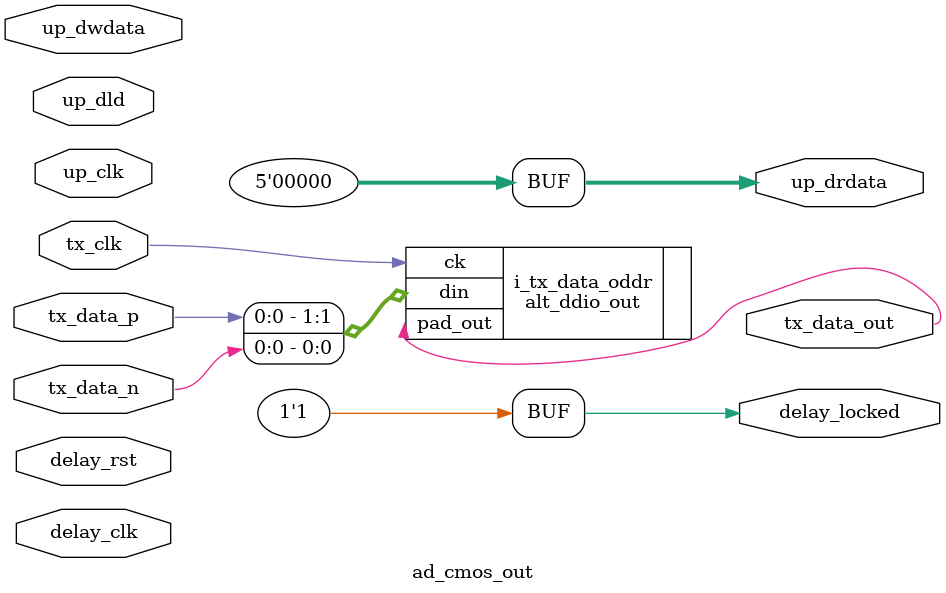
<source format=v>

`timescale 1ns/100ps

module ad_cmos_out (

  // data interface

  tx_clk,
  tx_data_p,
  tx_data_n,
  tx_data_out,

  // delay-data interface

  up_clk,
  up_dld,
  up_dwdata,
  up_drdata,

  // delay-cntrl interface

  delay_clk,
  delay_rst,
  delay_locked);

  // parameters

  parameter   DEVICE_TYPE = 0;
  parameter   SINGLE_ENDED = 0;
  parameter   IODELAY_ENABLE = 0;
  parameter   IODELAY_CTRL = 0;
  parameter   IODELAY_GROUP = "dev_if_delay_group";

  // data interface

  input               tx_clk;
  input               tx_data_p;
  input               tx_data_n;
  output              tx_data_out;

  // delay-data interface

  input               up_clk;
  input               up_dld;
  input       [ 4:0]  up_dwdata;
  output      [ 4:0]  up_drdata;

  // delay-cntrl interface

  input               delay_clk;
  input               delay_rst;
  output              delay_locked;

  // defaults

  assign up_drdata = 5'd0;
  assign delay_locked = 1'b1;

  // instantiations

  alt_ddio_out i_tx_data_oddr (
    .ck (tx_clk),
    .din ({tx_data_p, tx_data_n}),
    .pad_out (tx_data_out));

endmodule

// ***************************************************************************
// ***************************************************************************

</source>
